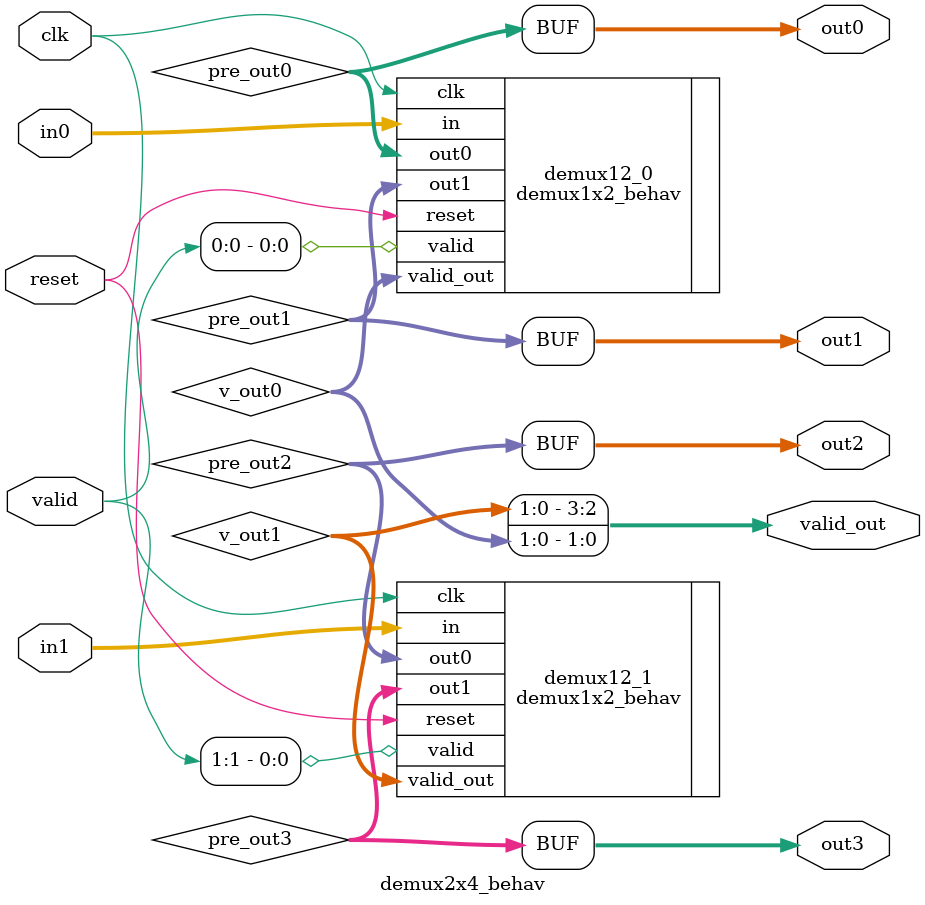
<source format=v>
`include "demux1x2_behav.v"


module demux2x4_behav (
    
    input wire clk,
    input wire reset,
    //INPUTS
    
    input wire [7:0] in0,
    input wire [7:0] in1,
    input wire [1:0] valid,
    
    //OUTPUTS

    output reg [7:0] out0,
    output reg [7:0] out1,
    output reg [7:0] out2,
    output reg [7:0] out3,
    output reg [3:0] valid_out
    );

    //Internal, Auxilliary
    wire [7:0] pre_out0;
    wire [7:0] pre_out1;
    wire [7:0] pre_out2;
    wire [7:0] pre_out3;
    
    wire [1:0] v_out0;
    wire [1:0] v_out1;

    // NOW, conection Demux 1x2_behav 1
    demux1x2_behav demux12_0(
        .in       (in0),
        .clk      (clk),
        .out0     (pre_out0),
        .out1     (pre_out1),
        .valid    (valid[0]),
        .valid_out(v_out0),
        .reset    (reset)
    );

  // Demux 1x2_behav 1
   demux1x2_behav demux12_1(
        .in       (in1),
        .clk      (clk),
        .out0     (pre_out2),
        .out1     (pre_out3),
        .valid    (valid[1]),
        .reset    (reset),
        .valid_out(v_out1)
    );

    always @(*) begin
        out0 = pre_out0;
        out1 = pre_out1;
        out2 = pre_out2;
        out3 = pre_out3;
        valid_out[0] = v_out0[0];
        valid_out[1] = v_out0[1];
        valid_out[2] = v_out1[0];
        valid_out[3] = v_out1[1];

    end


endmodule 
</source>
